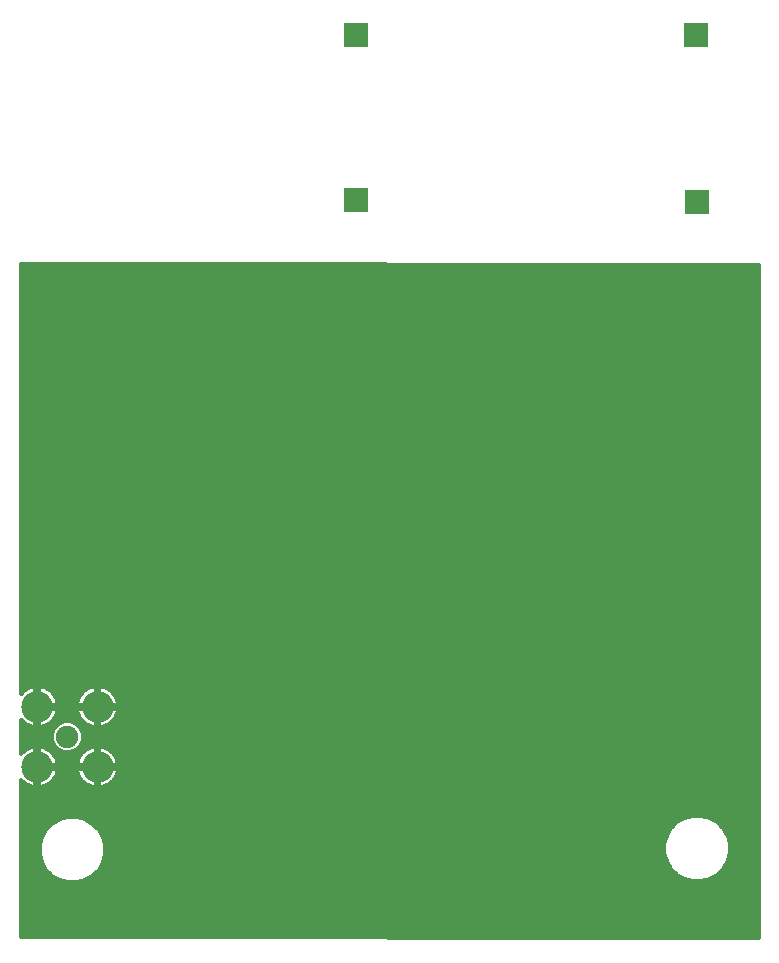
<source format=gbr>
G75*
%MOIN*%
%OFA0B0*%
%FSLAX25Y25*%
%IPPOS*%
%LPD*%
%AMOC8*
5,1,8,0,0,1.08239X$1,22.5*
%
%ADD10R,0.08268X0.08268*%
%ADD11R,0.07874X0.07874*%
%ADD12C,0.07500*%
%ADD13C,0.10500*%
%ADD14C,0.01200*%
%ADD15C,0.02781*%
D10*
X0161541Y0252850D03*
X0161541Y0307969D03*
D11*
X0274927Y0307969D03*
X0275321Y0252457D03*
D12*
X0065321Y0074031D03*
D13*
X0055282Y0063993D03*
X0055282Y0084070D03*
X0075360Y0084070D03*
X0075360Y0063993D03*
D14*
X0049921Y0059727D02*
X0049921Y0007298D01*
X0295957Y0006906D01*
X0295957Y0231316D01*
X0049921Y0231706D01*
X0049921Y0088336D01*
X0050121Y0088597D01*
X0050756Y0089232D01*
X0051468Y0089778D01*
X0052246Y0090227D01*
X0053075Y0090571D01*
X0053943Y0090803D01*
X0054682Y0090901D01*
X0054682Y0084671D01*
X0055882Y0084671D01*
X0055882Y0090901D01*
X0056621Y0090803D01*
X0057489Y0090571D01*
X0058318Y0090227D01*
X0059096Y0089778D01*
X0059808Y0089232D01*
X0060443Y0088597D01*
X0060990Y0087884D01*
X0061439Y0087107D01*
X0061782Y0086277D01*
X0062015Y0085410D01*
X0062112Y0084670D01*
X0055882Y0084670D01*
X0055882Y0083470D01*
X0055882Y0077240D01*
X0056621Y0077338D01*
X0057489Y0077570D01*
X0058318Y0077914D01*
X0059096Y0078363D01*
X0059808Y0078909D01*
X0060443Y0079544D01*
X0060990Y0080257D01*
X0061439Y0081034D01*
X0061782Y0081864D01*
X0062015Y0082731D01*
X0062112Y0083470D01*
X0055882Y0083470D01*
X0054682Y0083470D01*
X0054682Y0077240D01*
X0053943Y0077338D01*
X0053075Y0077570D01*
X0052246Y0077914D01*
X0051468Y0078363D01*
X0050756Y0078909D01*
X0050121Y0079544D01*
X0049921Y0079805D01*
X0049921Y0068258D01*
X0050121Y0068519D01*
X0050756Y0069154D01*
X0051468Y0069700D01*
X0052246Y0070149D01*
X0053075Y0070493D01*
X0053943Y0070725D01*
X0054682Y0070823D01*
X0054682Y0064593D01*
X0055882Y0064593D01*
X0055882Y0070823D01*
X0056621Y0070725D01*
X0057489Y0070493D01*
X0058318Y0070149D01*
X0059096Y0069700D01*
X0059808Y0069154D01*
X0060443Y0068519D01*
X0060990Y0067806D01*
X0061439Y0067029D01*
X0061782Y0066199D01*
X0062015Y0065332D01*
X0062112Y0064592D01*
X0055882Y0064592D01*
X0055882Y0063393D01*
X0062112Y0063393D01*
X0062015Y0062653D01*
X0061782Y0061786D01*
X0061439Y0060956D01*
X0060990Y0060179D01*
X0060443Y0059466D01*
X0059808Y0058831D01*
X0059096Y0058285D01*
X0058318Y0057836D01*
X0057489Y0057492D01*
X0056621Y0057260D01*
X0055882Y0057162D01*
X0055882Y0063392D01*
X0054682Y0063392D01*
X0054682Y0057162D01*
X0053943Y0057260D01*
X0053075Y0057492D01*
X0052246Y0057836D01*
X0051468Y0058285D01*
X0050756Y0058831D01*
X0050121Y0059466D01*
X0049921Y0059727D01*
X0049921Y0058529D02*
X0051150Y0058529D01*
X0049921Y0057330D02*
X0053680Y0057330D01*
X0054682Y0057330D02*
X0055882Y0057330D01*
X0056884Y0057330D02*
X0073758Y0057330D01*
X0074021Y0057260D02*
X0074760Y0057162D01*
X0074760Y0063392D01*
X0075960Y0063392D01*
X0075960Y0057162D01*
X0076699Y0057260D01*
X0077567Y0057492D01*
X0078396Y0057836D01*
X0079174Y0058285D01*
X0079886Y0058831D01*
X0080521Y0059466D01*
X0081068Y0060179D01*
X0081517Y0060956D01*
X0081860Y0061786D01*
X0082093Y0062653D01*
X0082190Y0063393D01*
X0075960Y0063393D01*
X0075960Y0064592D01*
X0082190Y0064592D01*
X0082093Y0065332D01*
X0081860Y0066199D01*
X0081517Y0067029D01*
X0081068Y0067806D01*
X0080521Y0068519D01*
X0079886Y0069154D01*
X0079174Y0069700D01*
X0078396Y0070149D01*
X0077567Y0070493D01*
X0076699Y0070725D01*
X0075960Y0070823D01*
X0075960Y0064593D01*
X0074760Y0064593D01*
X0074760Y0070823D01*
X0074021Y0070725D01*
X0073153Y0070493D01*
X0072324Y0070149D01*
X0071546Y0069700D01*
X0070834Y0069154D01*
X0070199Y0068519D01*
X0069652Y0067806D01*
X0069203Y0067029D01*
X0068860Y0066199D01*
X0068627Y0065332D01*
X0068530Y0064592D01*
X0074760Y0064592D01*
X0074760Y0063393D01*
X0068530Y0063393D01*
X0068627Y0062653D01*
X0068860Y0061786D01*
X0069203Y0060956D01*
X0069652Y0060179D01*
X0070199Y0059466D01*
X0070834Y0058831D01*
X0071546Y0058285D01*
X0072324Y0057836D01*
X0073153Y0057492D01*
X0074021Y0057260D01*
X0074760Y0057330D02*
X0075960Y0057330D01*
X0076962Y0057330D02*
X0295957Y0057330D01*
X0295957Y0056132D02*
X0049921Y0056132D01*
X0049921Y0054933D02*
X0295957Y0054933D01*
X0295957Y0053734D02*
X0049921Y0053734D01*
X0049921Y0052536D02*
X0295957Y0052536D01*
X0295957Y0051337D02*
X0049921Y0051337D01*
X0049921Y0050139D02*
X0295957Y0050139D01*
X0295957Y0048940D02*
X0049921Y0048940D01*
X0049921Y0047742D02*
X0295957Y0047742D01*
X0295957Y0046543D02*
X0280211Y0046543D01*
X0279449Y0046983D02*
X0276677Y0047726D01*
X0273807Y0047726D01*
X0271035Y0046983D01*
X0268550Y0045548D01*
X0266521Y0043519D01*
X0265086Y0041034D01*
X0264343Y0038262D01*
X0264343Y0035392D01*
X0265086Y0032620D01*
X0266521Y0030134D01*
X0268550Y0028105D01*
X0271035Y0026670D01*
X0273807Y0025928D01*
X0276677Y0025928D01*
X0279449Y0026670D01*
X0281935Y0028105D01*
X0283964Y0030134D01*
X0285399Y0032620D01*
X0286141Y0035392D01*
X0286141Y0038262D01*
X0285399Y0041034D01*
X0283964Y0043519D01*
X0281935Y0045548D01*
X0279449Y0046983D01*
X0282138Y0045345D02*
X0295957Y0045345D01*
X0295957Y0044146D02*
X0283336Y0044146D01*
X0284294Y0042948D02*
X0295957Y0042948D01*
X0295957Y0041749D02*
X0284986Y0041749D01*
X0285528Y0040551D02*
X0295957Y0040551D01*
X0295957Y0039352D02*
X0285849Y0039352D01*
X0286141Y0038154D02*
X0295957Y0038154D01*
X0295957Y0036955D02*
X0286141Y0036955D01*
X0286141Y0035757D02*
X0295957Y0035757D01*
X0295957Y0034558D02*
X0285918Y0034558D01*
X0285597Y0033360D02*
X0295957Y0033360D01*
X0295957Y0032161D02*
X0285134Y0032161D01*
X0284442Y0030963D02*
X0295957Y0030963D01*
X0295957Y0029764D02*
X0283594Y0029764D01*
X0282395Y0028566D02*
X0295957Y0028566D01*
X0295957Y0027367D02*
X0280656Y0027367D01*
X0277577Y0026169D02*
X0295957Y0026169D01*
X0295957Y0024970D02*
X0049921Y0024970D01*
X0049921Y0023772D02*
X0295957Y0023772D01*
X0295957Y0022573D02*
X0049921Y0022573D01*
X0049921Y0021375D02*
X0295957Y0021375D01*
X0295957Y0020176D02*
X0049921Y0020176D01*
X0049921Y0018978D02*
X0295957Y0018978D01*
X0295957Y0017779D02*
X0049921Y0017779D01*
X0049921Y0016581D02*
X0295957Y0016581D01*
X0295957Y0015382D02*
X0049921Y0015382D01*
X0049921Y0014184D02*
X0295957Y0014184D01*
X0295957Y0012985D02*
X0049921Y0012985D01*
X0049921Y0011787D02*
X0295957Y0011787D01*
X0295957Y0010588D02*
X0049921Y0010588D01*
X0049921Y0009390D02*
X0295957Y0009390D01*
X0295957Y0008191D02*
X0049921Y0008191D01*
X0049921Y0026169D02*
X0063170Y0026169D01*
X0062768Y0026277D02*
X0065540Y0025534D01*
X0068409Y0025534D01*
X0071181Y0026277D01*
X0073667Y0027712D01*
X0075696Y0029741D01*
X0077131Y0032226D01*
X0077874Y0034998D01*
X0077874Y0037868D01*
X0077131Y0040640D01*
X0075696Y0043125D01*
X0073667Y0045155D01*
X0071181Y0046590D01*
X0068409Y0047332D01*
X0065540Y0047332D01*
X0062768Y0046590D01*
X0060282Y0045155D01*
X0058253Y0043125D01*
X0056818Y0040640D01*
X0056075Y0037868D01*
X0056075Y0034998D01*
X0056818Y0032226D01*
X0058253Y0029741D01*
X0060282Y0027712D01*
X0062768Y0026277D01*
X0060879Y0027367D02*
X0049921Y0027367D01*
X0049921Y0028566D02*
X0059428Y0028566D01*
X0058239Y0029764D02*
X0049921Y0029764D01*
X0049921Y0030963D02*
X0057547Y0030963D01*
X0056856Y0032161D02*
X0049921Y0032161D01*
X0049921Y0033360D02*
X0056514Y0033360D01*
X0056193Y0034558D02*
X0049921Y0034558D01*
X0049921Y0035757D02*
X0056075Y0035757D01*
X0056075Y0036955D02*
X0049921Y0036955D01*
X0049921Y0038154D02*
X0056152Y0038154D01*
X0056473Y0039352D02*
X0049921Y0039352D01*
X0049921Y0040551D02*
X0056794Y0040551D01*
X0057459Y0041749D02*
X0049921Y0041749D01*
X0049921Y0042948D02*
X0058151Y0042948D01*
X0059274Y0044146D02*
X0049921Y0044146D01*
X0049921Y0045345D02*
X0060612Y0045345D01*
X0062688Y0046543D02*
X0049921Y0046543D01*
X0054682Y0058529D02*
X0055882Y0058529D01*
X0055882Y0059727D02*
X0054682Y0059727D01*
X0054682Y0060926D02*
X0055882Y0060926D01*
X0055882Y0062124D02*
X0054682Y0062124D01*
X0054682Y0063323D02*
X0055882Y0063323D01*
X0055882Y0064521D02*
X0074760Y0064521D01*
X0074760Y0063323D02*
X0075960Y0063323D01*
X0075960Y0064521D02*
X0295957Y0064521D01*
X0295957Y0063323D02*
X0082181Y0063323D01*
X0081951Y0062124D02*
X0295957Y0062124D01*
X0295957Y0060926D02*
X0081499Y0060926D01*
X0080721Y0059727D02*
X0295957Y0059727D01*
X0295957Y0058529D02*
X0079492Y0058529D01*
X0075960Y0058529D02*
X0074760Y0058529D01*
X0074760Y0059727D02*
X0075960Y0059727D01*
X0075960Y0060926D02*
X0074760Y0060926D01*
X0074760Y0062124D02*
X0075960Y0062124D01*
X0075960Y0065720D02*
X0074760Y0065720D01*
X0074760Y0066918D02*
X0075960Y0066918D01*
X0075960Y0068117D02*
X0074760Y0068117D01*
X0074760Y0069315D02*
X0075960Y0069315D01*
X0075960Y0070514D02*
X0074760Y0070514D01*
X0073231Y0070514D02*
X0069086Y0070514D01*
X0069687Y0071114D02*
X0068238Y0069666D01*
X0066345Y0068881D01*
X0064297Y0068881D01*
X0062404Y0069666D01*
X0060955Y0071114D01*
X0060171Y0073007D01*
X0060171Y0075056D01*
X0060955Y0076949D01*
X0062404Y0078397D01*
X0064297Y0079181D01*
X0066345Y0079181D01*
X0068238Y0078397D01*
X0069687Y0076949D01*
X0070471Y0075056D01*
X0070471Y0073007D01*
X0069687Y0071114D01*
X0069935Y0071712D02*
X0295957Y0071712D01*
X0295957Y0070514D02*
X0077489Y0070514D01*
X0079676Y0069315D02*
X0295957Y0069315D01*
X0295957Y0068117D02*
X0080830Y0068117D01*
X0081563Y0066918D02*
X0295957Y0066918D01*
X0295957Y0065720D02*
X0081989Y0065720D01*
X0071044Y0069315D02*
X0067392Y0069315D01*
X0069890Y0068117D02*
X0060752Y0068117D01*
X0061485Y0066918D02*
X0069157Y0066918D01*
X0068731Y0065720D02*
X0061911Y0065720D01*
X0062103Y0063323D02*
X0068539Y0063323D01*
X0068769Y0062124D02*
X0061873Y0062124D01*
X0061421Y0060926D02*
X0069221Y0060926D01*
X0069999Y0059727D02*
X0060643Y0059727D01*
X0059414Y0058529D02*
X0071228Y0058529D01*
X0063250Y0069315D02*
X0059598Y0069315D01*
X0061556Y0070514D02*
X0057411Y0070514D01*
X0055882Y0070514D02*
X0054682Y0070514D01*
X0054682Y0069315D02*
X0055882Y0069315D01*
X0055882Y0068117D02*
X0054682Y0068117D01*
X0054682Y0066918D02*
X0055882Y0066918D01*
X0055882Y0065720D02*
X0054682Y0065720D01*
X0053153Y0070514D02*
X0049921Y0070514D01*
X0049921Y0071712D02*
X0060707Y0071712D01*
X0060211Y0072911D02*
X0049921Y0072911D01*
X0049921Y0074109D02*
X0060171Y0074109D01*
X0060275Y0075308D02*
X0049921Y0075308D01*
X0049921Y0076506D02*
X0060772Y0076506D01*
X0061711Y0077705D02*
X0057814Y0077705D01*
X0055882Y0077705D02*
X0054682Y0077705D01*
X0054682Y0078903D02*
X0055882Y0078903D01*
X0055882Y0080102D02*
X0054682Y0080102D01*
X0054682Y0081300D02*
X0055882Y0081300D01*
X0055882Y0082499D02*
X0054682Y0082499D01*
X0055882Y0083697D02*
X0074760Y0083697D01*
X0074760Y0083470D02*
X0068530Y0083470D01*
X0068627Y0082731D01*
X0068860Y0081864D01*
X0069203Y0081034D01*
X0069652Y0080257D01*
X0070199Y0079544D01*
X0070834Y0078909D01*
X0071546Y0078363D01*
X0072324Y0077914D01*
X0073153Y0077570D01*
X0074021Y0077338D01*
X0074760Y0077240D01*
X0074760Y0083470D01*
X0075960Y0083470D01*
X0075960Y0077240D01*
X0076699Y0077338D01*
X0077567Y0077570D01*
X0078396Y0077914D01*
X0079174Y0078363D01*
X0079886Y0078909D01*
X0080521Y0079544D01*
X0081068Y0080257D01*
X0081517Y0081034D01*
X0081860Y0081864D01*
X0082093Y0082731D01*
X0082190Y0083470D01*
X0075960Y0083470D01*
X0075960Y0084670D01*
X0082190Y0084670D01*
X0082093Y0085410D01*
X0081860Y0086277D01*
X0081517Y0087107D01*
X0081068Y0087884D01*
X0080521Y0088597D01*
X0079886Y0089232D01*
X0079174Y0089778D01*
X0078396Y0090227D01*
X0077567Y0090571D01*
X0076699Y0090803D01*
X0075960Y0090901D01*
X0075960Y0084671D01*
X0074760Y0084671D01*
X0074760Y0090901D01*
X0074021Y0090803D01*
X0073153Y0090571D01*
X0072324Y0090227D01*
X0071546Y0089778D01*
X0070834Y0089232D01*
X0070199Y0088597D01*
X0069652Y0087884D01*
X0069203Y0087107D01*
X0068860Y0086277D01*
X0068627Y0085410D01*
X0068530Y0084670D01*
X0074760Y0084670D01*
X0074760Y0083470D01*
X0074760Y0082499D02*
X0075960Y0082499D01*
X0075960Y0083697D02*
X0295957Y0083697D01*
X0295957Y0082499D02*
X0082030Y0082499D01*
X0081627Y0081300D02*
X0295957Y0081300D01*
X0295957Y0080102D02*
X0080949Y0080102D01*
X0079878Y0078903D02*
X0295957Y0078903D01*
X0295957Y0077705D02*
X0077892Y0077705D01*
X0075960Y0077705D02*
X0074760Y0077705D01*
X0074760Y0078903D02*
X0075960Y0078903D01*
X0075960Y0080102D02*
X0074760Y0080102D01*
X0074760Y0081300D02*
X0075960Y0081300D01*
X0075960Y0084896D02*
X0074760Y0084896D01*
X0074760Y0086094D02*
X0075960Y0086094D01*
X0075960Y0087293D02*
X0074760Y0087293D01*
X0074760Y0088491D02*
X0075960Y0088491D01*
X0075960Y0089690D02*
X0074760Y0089690D01*
X0074760Y0090888D02*
X0075960Y0090888D01*
X0076053Y0090888D02*
X0295957Y0090888D01*
X0295957Y0089690D02*
X0079289Y0089690D01*
X0080602Y0088491D02*
X0295957Y0088491D01*
X0295957Y0087293D02*
X0081409Y0087293D01*
X0081909Y0086094D02*
X0295957Y0086094D01*
X0295957Y0084896D02*
X0082160Y0084896D01*
X0074667Y0090888D02*
X0055975Y0090888D01*
X0055882Y0090888D02*
X0054682Y0090888D01*
X0054589Y0090888D02*
X0049921Y0090888D01*
X0049921Y0089690D02*
X0051353Y0089690D01*
X0050040Y0088491D02*
X0049921Y0088491D01*
X0049921Y0092087D02*
X0295957Y0092087D01*
X0295957Y0093285D02*
X0049921Y0093285D01*
X0049921Y0094484D02*
X0295957Y0094484D01*
X0295957Y0095682D02*
X0049921Y0095682D01*
X0049921Y0096881D02*
X0295957Y0096881D01*
X0295957Y0098079D02*
X0049921Y0098079D01*
X0049921Y0099278D02*
X0295957Y0099278D01*
X0295957Y0100476D02*
X0049921Y0100476D01*
X0049921Y0101675D02*
X0295957Y0101675D01*
X0295957Y0102873D02*
X0049921Y0102873D01*
X0049921Y0104072D02*
X0295957Y0104072D01*
X0295957Y0105270D02*
X0049921Y0105270D01*
X0049921Y0106469D02*
X0295957Y0106469D01*
X0295957Y0107668D02*
X0049921Y0107668D01*
X0049921Y0108866D02*
X0295957Y0108866D01*
X0295957Y0110065D02*
X0049921Y0110065D01*
X0049921Y0111263D02*
X0295957Y0111263D01*
X0295957Y0112462D02*
X0049921Y0112462D01*
X0049921Y0113660D02*
X0295957Y0113660D01*
X0295957Y0114859D02*
X0049921Y0114859D01*
X0049921Y0116057D02*
X0295957Y0116057D01*
X0295957Y0117256D02*
X0049921Y0117256D01*
X0049921Y0118454D02*
X0295957Y0118454D01*
X0295957Y0119653D02*
X0049921Y0119653D01*
X0049921Y0120851D02*
X0295957Y0120851D01*
X0295957Y0122050D02*
X0049921Y0122050D01*
X0049921Y0123248D02*
X0295957Y0123248D01*
X0295957Y0124447D02*
X0049921Y0124447D01*
X0049921Y0125645D02*
X0295957Y0125645D01*
X0295957Y0126844D02*
X0049921Y0126844D01*
X0049921Y0128042D02*
X0295957Y0128042D01*
X0295957Y0129241D02*
X0049921Y0129241D01*
X0049921Y0130439D02*
X0295957Y0130439D01*
X0295957Y0131638D02*
X0049921Y0131638D01*
X0049921Y0132836D02*
X0295957Y0132836D01*
X0295957Y0134035D02*
X0049921Y0134035D01*
X0049921Y0135233D02*
X0295957Y0135233D01*
X0295957Y0136432D02*
X0049921Y0136432D01*
X0049921Y0137630D02*
X0295957Y0137630D01*
X0295957Y0138829D02*
X0049921Y0138829D01*
X0049921Y0140027D02*
X0295957Y0140027D01*
X0295957Y0141226D02*
X0049921Y0141226D01*
X0049921Y0142424D02*
X0295957Y0142424D01*
X0295957Y0143623D02*
X0049921Y0143623D01*
X0049921Y0144821D02*
X0295957Y0144821D01*
X0295957Y0146020D02*
X0049921Y0146020D01*
X0049921Y0147218D02*
X0295957Y0147218D01*
X0295957Y0148417D02*
X0049921Y0148417D01*
X0049921Y0149615D02*
X0295957Y0149615D01*
X0295957Y0150814D02*
X0049921Y0150814D01*
X0049921Y0152012D02*
X0295957Y0152012D01*
X0295957Y0153211D02*
X0049921Y0153211D01*
X0049921Y0154409D02*
X0295957Y0154409D01*
X0295957Y0155608D02*
X0049921Y0155608D01*
X0049921Y0156806D02*
X0295957Y0156806D01*
X0295957Y0158005D02*
X0049921Y0158005D01*
X0049921Y0159203D02*
X0295957Y0159203D01*
X0295957Y0160402D02*
X0049921Y0160402D01*
X0049921Y0161601D02*
X0295957Y0161601D01*
X0295957Y0162799D02*
X0049921Y0162799D01*
X0049921Y0163998D02*
X0295957Y0163998D01*
X0295957Y0165196D02*
X0049921Y0165196D01*
X0049921Y0166395D02*
X0295957Y0166395D01*
X0295957Y0167593D02*
X0049921Y0167593D01*
X0049921Y0168792D02*
X0295957Y0168792D01*
X0295957Y0169990D02*
X0049921Y0169990D01*
X0049921Y0171189D02*
X0295957Y0171189D01*
X0295957Y0172387D02*
X0049921Y0172387D01*
X0049921Y0173586D02*
X0295957Y0173586D01*
X0295957Y0174784D02*
X0049921Y0174784D01*
X0049921Y0175983D02*
X0295957Y0175983D01*
X0295957Y0177181D02*
X0049921Y0177181D01*
X0049921Y0178380D02*
X0295957Y0178380D01*
X0295957Y0179578D02*
X0049921Y0179578D01*
X0049921Y0180777D02*
X0295957Y0180777D01*
X0295957Y0181975D02*
X0049921Y0181975D01*
X0049921Y0183174D02*
X0295957Y0183174D01*
X0295957Y0184372D02*
X0049921Y0184372D01*
X0049921Y0185571D02*
X0295957Y0185571D01*
X0295957Y0186769D02*
X0049921Y0186769D01*
X0049921Y0187968D02*
X0295957Y0187968D01*
X0295957Y0189166D02*
X0049921Y0189166D01*
X0049921Y0190365D02*
X0295957Y0190365D01*
X0295957Y0191563D02*
X0049921Y0191563D01*
X0049921Y0192762D02*
X0295957Y0192762D01*
X0295957Y0193960D02*
X0049921Y0193960D01*
X0049921Y0195159D02*
X0295957Y0195159D01*
X0295957Y0196357D02*
X0049921Y0196357D01*
X0049921Y0197556D02*
X0295957Y0197556D01*
X0295957Y0198754D02*
X0049921Y0198754D01*
X0049921Y0199953D02*
X0295957Y0199953D01*
X0295957Y0201151D02*
X0049921Y0201151D01*
X0049921Y0202350D02*
X0295957Y0202350D01*
X0295957Y0203548D02*
X0049921Y0203548D01*
X0049921Y0204747D02*
X0295957Y0204747D01*
X0295957Y0205945D02*
X0049921Y0205945D01*
X0049921Y0207144D02*
X0295957Y0207144D01*
X0295957Y0208342D02*
X0049921Y0208342D01*
X0049921Y0209541D02*
X0295957Y0209541D01*
X0295957Y0210739D02*
X0049921Y0210739D01*
X0049921Y0211938D02*
X0295957Y0211938D01*
X0295957Y0213137D02*
X0049921Y0213137D01*
X0049921Y0214335D02*
X0295957Y0214335D01*
X0295957Y0215534D02*
X0049921Y0215534D01*
X0049921Y0216732D02*
X0295957Y0216732D01*
X0295957Y0217931D02*
X0049921Y0217931D01*
X0049921Y0219129D02*
X0295957Y0219129D01*
X0295957Y0220328D02*
X0049921Y0220328D01*
X0049921Y0221526D02*
X0295957Y0221526D01*
X0295957Y0222725D02*
X0049921Y0222725D01*
X0049921Y0223923D02*
X0295957Y0223923D01*
X0295957Y0225122D02*
X0049921Y0225122D01*
X0049921Y0226320D02*
X0295957Y0226320D01*
X0295957Y0227519D02*
X0049921Y0227519D01*
X0049921Y0228717D02*
X0295957Y0228717D01*
X0295957Y0229916D02*
X0049921Y0229916D01*
X0049921Y0231114D02*
X0295957Y0231114D01*
X0295957Y0076506D02*
X0069870Y0076506D01*
X0070367Y0075308D02*
X0295957Y0075308D01*
X0295957Y0074109D02*
X0070471Y0074109D01*
X0070431Y0072911D02*
X0295957Y0072911D01*
X0270274Y0046543D02*
X0071261Y0046543D01*
X0073337Y0045345D02*
X0268347Y0045345D01*
X0267148Y0044146D02*
X0074675Y0044146D01*
X0075799Y0042948D02*
X0266191Y0042948D01*
X0265499Y0041749D02*
X0076491Y0041749D01*
X0077155Y0040551D02*
X0264956Y0040551D01*
X0264635Y0039352D02*
X0077476Y0039352D01*
X0077797Y0038154D02*
X0264343Y0038154D01*
X0264343Y0036955D02*
X0077874Y0036955D01*
X0077874Y0035757D02*
X0264343Y0035757D01*
X0264566Y0034558D02*
X0077756Y0034558D01*
X0077435Y0033360D02*
X0264888Y0033360D01*
X0265351Y0032161D02*
X0077094Y0032161D01*
X0076402Y0030963D02*
X0266043Y0030963D01*
X0266891Y0029764D02*
X0075710Y0029764D01*
X0074521Y0028566D02*
X0268089Y0028566D01*
X0269828Y0027367D02*
X0073071Y0027367D01*
X0070779Y0026169D02*
X0272907Y0026169D01*
X0295957Y0006993D02*
X0241440Y0006993D01*
X0072828Y0077705D02*
X0068931Y0077705D01*
X0070842Y0078903D02*
X0067017Y0078903D01*
X0069771Y0080102D02*
X0060871Y0080102D01*
X0061549Y0081300D02*
X0069093Y0081300D01*
X0068689Y0082499D02*
X0061953Y0082499D01*
X0062082Y0084896D02*
X0068560Y0084896D01*
X0068811Y0086094D02*
X0061831Y0086094D01*
X0061331Y0087293D02*
X0069311Y0087293D01*
X0070118Y0088491D02*
X0060524Y0088491D01*
X0059211Y0089690D02*
X0071431Y0089690D01*
X0063625Y0078903D02*
X0059800Y0078903D01*
X0052750Y0077705D02*
X0049921Y0077705D01*
X0049921Y0078903D02*
X0050764Y0078903D01*
X0054682Y0084896D02*
X0055882Y0084896D01*
X0055882Y0086094D02*
X0054682Y0086094D01*
X0054682Y0087293D02*
X0055882Y0087293D01*
X0055882Y0088491D02*
X0054682Y0088491D01*
X0054682Y0089690D02*
X0055882Y0089690D01*
X0050966Y0069315D02*
X0049921Y0069315D01*
D15*
X0050439Y0056512D03*
X0050439Y0040764D03*
X0050439Y0025016D03*
X0050439Y0009268D03*
X0066187Y0009268D03*
X0081935Y0009268D03*
X0097683Y0009268D03*
X0113431Y0009268D03*
X0129179Y0009268D03*
X0144927Y0009268D03*
X0160675Y0009268D03*
X0176423Y0009268D03*
X0192171Y0009268D03*
X0207919Y0009268D03*
X0223667Y0009268D03*
X0239416Y0009268D03*
X0255164Y0009268D03*
X0270912Y0009268D03*
X0286660Y0009268D03*
X0294534Y0009268D03*
X0294534Y0025016D03*
X0294534Y0040764D03*
X0294534Y0056512D03*
X0294534Y0072260D03*
X0294534Y0088008D03*
X0294534Y0103756D03*
X0294534Y0119504D03*
X0294534Y0135252D03*
X0294534Y0151000D03*
X0294534Y0166748D03*
X0281148Y0177378D03*
X0281935Y0186039D03*
X0282723Y0193126D03*
X0282723Y0197063D03*
X0284297Y0202575D03*
X0284297Y0207299D03*
X0284297Y0212417D03*
X0284691Y0218717D03*
X0284691Y0225016D03*
X0284691Y0229346D03*
X0294534Y0229740D03*
X0294534Y0213992D03*
X0294534Y0198244D03*
X0294534Y0182496D03*
X0278786Y0167142D03*
X0276423Y0156512D03*
X0272880Y0146669D03*
X0268943Y0138402D03*
X0264219Y0129740D03*
X0259101Y0121472D03*
X0253982Y0114386D03*
X0247683Y0107693D03*
X0241384Y0101394D03*
X0234691Y0095094D03*
X0227998Y0090370D03*
X0220518Y0085252D03*
X0212644Y0080528D03*
X0204770Y0076984D03*
X0196502Y0073441D03*
X0188234Y0070685D03*
X0179573Y0068717D03*
X0170518Y0066748D03*
X0162250Y0065961D03*
X0153982Y0065567D03*
X0144927Y0065567D03*
X0135872Y0065567D03*
X0126817Y0065567D03*
X0117762Y0065567D03*
X0109494Y0065567D03*
X0100833Y0065567D03*
X0092171Y0065567D03*
X0083510Y0065567D03*
X0083510Y0082496D03*
X0091778Y0082496D03*
X0100439Y0082496D03*
X0109101Y0082496D03*
X0117762Y0082496D03*
X0126817Y0082496D03*
X0135872Y0082496D03*
X0144927Y0082496D03*
X0153982Y0082496D03*
X0162644Y0082890D03*
X0171699Y0084465D03*
X0181541Y0086827D03*
X0190597Y0089583D03*
X0199258Y0093520D03*
X0207526Y0097457D03*
X0215793Y0102575D03*
X0223667Y0108480D03*
X0230360Y0114386D03*
X0236266Y0120685D03*
X0241778Y0126984D03*
X0246896Y0134071D03*
X0251227Y0141551D03*
X0255557Y0150213D03*
X0258707Y0158480D03*
X0261463Y0166748D03*
X0263038Y0174622D03*
X0264612Y0183283D03*
X0265400Y0191551D03*
X0266581Y0200606D03*
X0266581Y0206906D03*
X0266187Y0212417D03*
X0265793Y0221866D03*
X0265793Y0227378D03*
X0255164Y0229740D03*
X0239416Y0229740D03*
X0223667Y0229740D03*
X0207919Y0229740D03*
X0192171Y0229740D03*
X0176423Y0229740D03*
X0160675Y0229740D03*
X0144927Y0229740D03*
X0129179Y0229740D03*
X0113431Y0229740D03*
X0097683Y0229740D03*
X0081935Y0229740D03*
X0066187Y0229740D03*
X0050439Y0229740D03*
X0050439Y0213992D03*
X0050439Y0198244D03*
X0050439Y0182496D03*
X0050439Y0166748D03*
X0050439Y0151000D03*
X0050439Y0135252D03*
X0050439Y0119504D03*
X0050439Y0103756D03*
X0085872Y0111630D03*
X0085872Y0151000D03*
X0085872Y0190370D03*
X0125242Y0190370D03*
X0125242Y0151000D03*
X0125242Y0111630D03*
X0164612Y0111630D03*
X0164612Y0151000D03*
X0164612Y0190370D03*
X0203982Y0190370D03*
X0203982Y0151000D03*
X0203982Y0111630D03*
X0243353Y0151000D03*
X0243353Y0190370D03*
X0243353Y0072260D03*
X0243353Y0032890D03*
X0203982Y0032890D03*
X0164612Y0032890D03*
X0125242Y0032890D03*
X0085872Y0032890D03*
M02*

</source>
